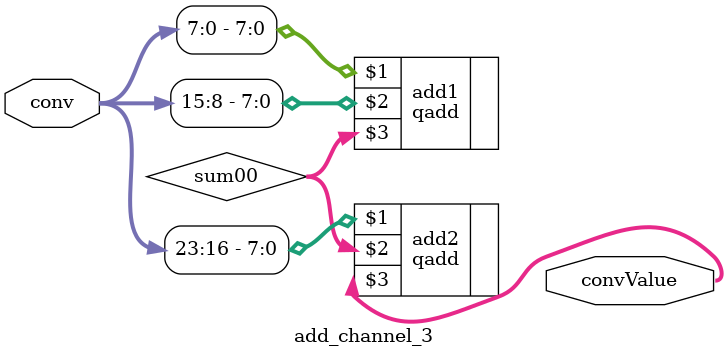
<source format=v>
module add_channel_3 #(parameter BIT_WIDTH = 8, OUT_WIDTH = 8) (
    input [3*BIT_WIDTH-1:0] conv,
    output [OUT_WIDTH-1:0] convValue
);
    wire signed[OUT_WIDTH-1:0] sum00;


    qadd #(.BIT_WIDTH(BIT_WIDTH), .OUT_WIDTH(OUT_WIDTH)) add1(conv[((0+1)*BIT_WIDTH)-1:((0)*BIT_WIDTH)], conv[((1+1)*BIT_WIDTH)-1:((1)*BIT_WIDTH)], sum00);
    qadd #(.BIT_WIDTH(BIT_WIDTH), .OUT_WIDTH(OUT_WIDTH)) add2(conv[((2+1)*BIT_WIDTH)-1:((2)*BIT_WIDTH)], sum00, convValue);

endmodule

</source>
